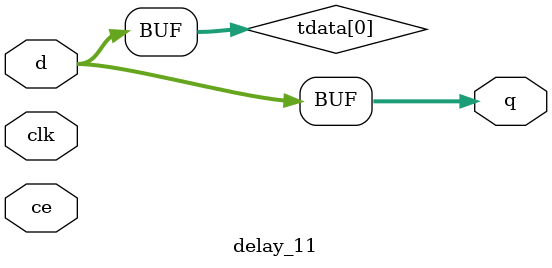
<source format=v>
module delay_11 #
(
	parameter N = 8,
	parameter DELAY = 0
)
(
	input [N - 1:0] d,
	input ce,
	input clk,
	output [N - 1:0] q
);
wire [N - 1:0] tdata [DELAY:0];
assign tdata[0] = d; 
genvar i;
generate
	for(i = 0; i < DELAY; i = i + 1)
	begin: regs
	register #
	(
		.N(N)
	)
	reg_i
	(
		.clk(clk),
		.ce(ce),
		.d(tdata[i]),
		.q(tdata[i + 1])
	);
	end
endgenerate
assign q = tdata[DELAY];
endmodule
</source>
